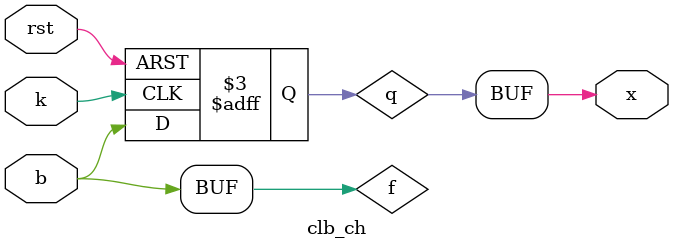
<source format=v>
module clb_ch(
	input b,
	input k,
	input rst,
	output x
);

	wire f;
	reg q;
	
	assign f = b;
	
	always @(posedge k, negedge rst) begin
		if (rst == 1'b0) begin
			q <= 1'b0;
		end else begin
			q <= f;
		end
	end
	
	assign x = q;

endmodule

</source>
